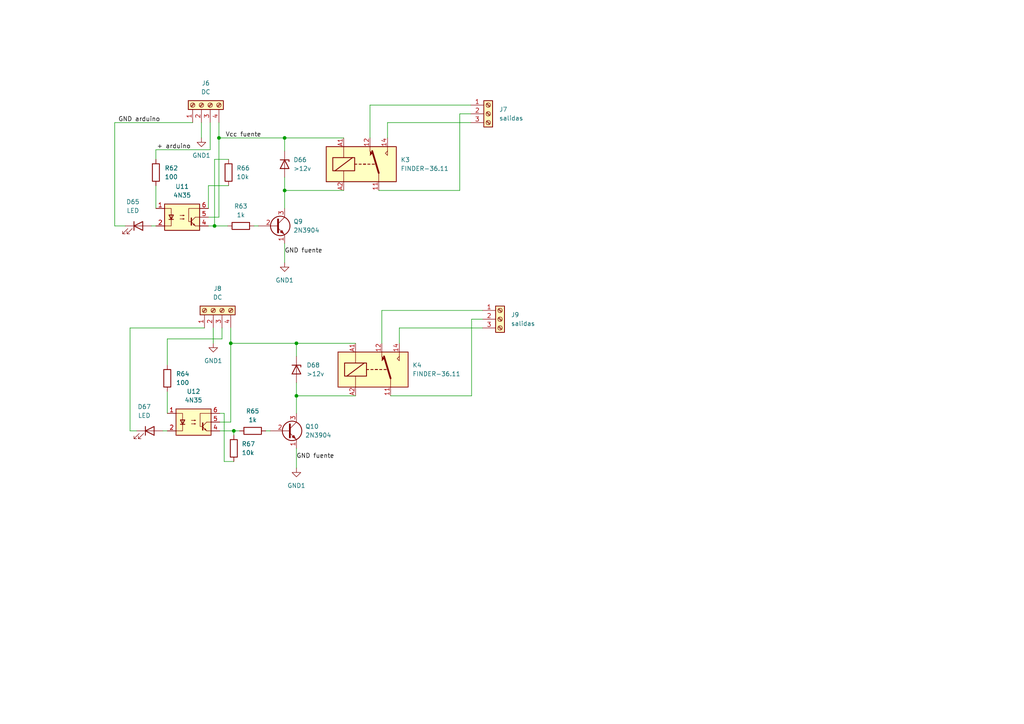
<source format=kicad_sch>
(kicad_sch (version 20211123) (generator eeschema)
  (paper "A4")
  (lib_symbols
    (symbol "Connector:Screw_Terminal_01x03" (pin_names (offset 1.016) hide)
      (property "Reference" "J" (at 0 5.08 0))
      (property "Value" "Screw_Terminal_01x03" (at 0 -5.08 0))
      (symbol "Screw_Terminal_01x03_1_1"
        (rectangle (start -1.27 3.81) (end 1.27 -3.81) (stroke (width 0.254)) (fill (type background)))
        (circle (center 0 -2.54) (radius 0.635) (stroke (width 0.1524)))
        (polyline (pts (xy -0.5334 -2.2098) (xy 0.3302 -3.048)) (stroke (width 0.1524)))
        (polyline (pts (xy -0.5334 0.3302) (xy 0.3302 -0.508)) (stroke (width 0.1524)))
        (polyline (pts (xy -0.5334 2.8702) (xy 0.3302 2.032)) (stroke (width 0.1524)))
        (polyline (pts (xy -0.3556 -2.032) (xy 0.508 -2.8702)) (stroke (width 0.1524)))
        (polyline (pts (xy -0.3556 0.508) (xy 0.508 -0.3302)) (stroke (width 0.1524)))
        (polyline (pts (xy -0.3556 3.048) (xy 0.508 2.2098)) (stroke (width 0.1524)))
        (circle (center 0 0) (radius 0.635) (stroke (width 0.1524)))
        (circle (center 0 2.54) (radius 0.635) (stroke (width 0.1524)))
        (pin passive line (at -5.08 2.54 0) (length 3.81) (name "Pin_1") (number "1"))
        (pin passive line (at -5.08 0 0) (length 3.81) (name "Pin_2") (number "2"))
        (pin passive line (at -5.08 -2.54 0) (length 3.81) (name "Pin_3") (number "3"))
      )
    )
    (symbol "Connector:Screw_Terminal_01x04" (pin_names (offset 1.016) hide)
      (property "Reference" "J" (at 0 5.08 0))
      (property "Value" "Screw_Terminal_01x04" (at 0 -7.62 0))
      (symbol "Screw_Terminal_01x04_1_1"
        (rectangle (start -1.27 3.81) (end 1.27 -6.35) (stroke (width 0.254)) (fill (type background)))
        (circle (center 0 -5.08) (radius 0.635) (stroke (width 0.1524)))
        (circle (center 0 -2.54) (radius 0.635) (stroke (width 0.1524)))
        (polyline (pts (xy -0.5334 -4.7498) (xy 0.3302 -5.588)) (stroke (width 0.1524)))
        (polyline (pts (xy -0.5334 -2.2098) (xy 0.3302 -3.048)) (stroke (width 0.1524)))
        (polyline (pts (xy -0.5334 0.3302) (xy 0.3302 -0.508)) (stroke (width 0.1524)))
        (polyline (pts (xy -0.5334 2.8702) (xy 0.3302 2.032)) (stroke (width 0.1524)))
        (polyline (pts (xy -0.3556 -4.572) (xy 0.508 -5.4102)) (stroke (width 0.1524)))
        (polyline (pts (xy -0.3556 -2.032) (xy 0.508 -2.8702)) (stroke (width 0.1524)))
        (polyline (pts (xy -0.3556 0.508) (xy 0.508 -0.3302)) (stroke (width 0.1524)))
        (polyline (pts (xy -0.3556 3.048) (xy 0.508 2.2098)) (stroke (width 0.1524)))
        (circle (center 0 0) (radius 0.635) (stroke (width 0.1524)))
        (circle (center 0 2.54) (radius 0.635) (stroke (width 0.1524)))
        (pin passive line (at -5.08 2.54 0) (length 3.81) (name "Pin_1") (number "1"))
        (pin passive line (at -5.08 0 0) (length 3.81) (name "Pin_2") (number "2"))
        (pin passive line (at -5.08 -2.54 0) (length 3.81) (name "Pin_3") (number "3"))
        (pin passive line (at -5.08 -5.08 0) (length 3.81) (name "Pin_4") (number "4"))
      )
    )
    (symbol "Device:D_Zener" (pin_numbers hide) (pin_names (offset 1.016) hide)
      (property "Reference" "D" (at 0 2.54 0))
      (property "Value" "D_Zener" (at 0 -2.54 0))
      (symbol "D_Zener_0_1"
        (polyline (pts (xy 1.27 0) (xy -1.27 0)))
        (polyline (pts (xy -1.27 -1.27) (xy -1.27 1.27) (xy -0.762 1.27)) (stroke (width 0.254)))
        (polyline (pts (xy 1.27 -1.27) (xy 1.27 1.27) (xy -1.27 0) (xy 1.27 -1.27)) (stroke (width 0.254)))
      )
      (symbol "D_Zener_1_1"
        (pin passive line (at -3.81 0 0) (length 2.54) (name "K") (number "1"))
        (pin passive line (at 3.81 0 180) (length 2.54) (name "A") (number "2"))
      )
    )
    (symbol "Device:LED" (pin_numbers hide) (pin_names (offset 1.016) hide)
      (property "Reference" "D" (at 0 2.54 0))
      (property "Value" "LED" (at 0 -2.54 0))
      (symbol "LED_0_1"
        (polyline (pts (xy -1.27 -1.27) (xy -1.27 1.27)) (stroke (width 0.254)))
        (polyline (pts (xy -1.27 0) (xy 1.27 0)))
        (polyline (pts (xy 1.27 -1.27) (xy 1.27 1.27) (xy -1.27 0) (xy 1.27 -1.27)) (stroke (width 0.254)))
        (polyline (pts (xy -3.048 -0.762) (xy -4.572 -2.286) (xy -3.81 -2.286) (xy -4.572 -2.286) (xy -4.572 -1.524)))
        (polyline (pts (xy -1.778 -0.762) (xy -3.302 -2.286) (xy -2.54 -2.286) (xy -3.302 -2.286) (xy -3.302 -1.524)))
      )
      (symbol "LED_1_1"
        (pin passive line (at -3.81 0 0) (length 2.54) (name "K") (number "1"))
        (pin passive line (at 3.81 0 180) (length 2.54) (name "A") (number "2"))
      )
    )
    (symbol "Device:R" (pin_numbers hide) (pin_names (offset 0))
      (property "Reference" "R" (at 2.032 0 90))
      (property "Value" "R" (at 0 0 90))
      (symbol "R_0_1"
        (rectangle (start -1.016 -2.54) (end 1.016 2.54) (stroke (width 0.254)))
      )
      (symbol "R_1_1"
        (pin passive line (at 0 3.81 270) (length 1.27) (name "~") (number "1"))
        (pin passive line (at 0 -3.81 90) (length 1.27) (name "~") (number "2"))
      )
    )
    (symbol "Isolator:4N35" (pin_names (offset 1.016))
      (property "Reference" "U" (at -5.08 5.08 0))
      (property "Value" "4N35" (at 0 5.08 0))
      (symbol "4N35_0_1"
        (rectangle (start -5.08 3.81) (end 5.08 -3.81) (stroke (width 0.254)) (fill (type background)))
        (polyline (pts (xy -3.81 -0.635) (xy -2.54 -0.635)) (stroke (width 0.254)))
        (polyline (pts (xy 2.667 -1.397) (xy 3.81 -2.54)))
        (polyline (pts (xy 2.667 -1.143) (xy 3.81 0)))
        (polyline (pts (xy 3.81 -2.54) (xy 5.08 -2.54)))
        (polyline (pts (xy 3.81 0) (xy 5.08 0)))
        (polyline (pts (xy 2.667 -0.254) (xy 2.667 -2.286) (xy 2.667 -2.286)) (stroke (width 0.3556)))
        (polyline (pts (xy -5.08 -2.54) (xy -3.175 -2.54) (xy -3.175 2.54) (xy -5.08 2.54)))
        (polyline (pts (xy -3.175 -0.635) (xy -3.81 0.635) (xy -2.54 0.635) (xy -3.175 -0.635)) (stroke (width 0.254)))
        (polyline (pts (xy 3.683 -2.413) (xy 3.429 -1.905) (xy 3.175 -2.159) (xy 3.683 -2.413)))
        (polyline (pts (xy 5.08 2.54) (xy 1.905 2.54) (xy 1.905 -1.27) (xy 2.54 -1.27)))
        (polyline (pts (xy -0.635 -0.508) (xy 0.635 -0.508) (xy 0.254 -0.635) (xy 0.254 -0.381) (xy 0.635 -0.508)))
        (polyline (pts (xy -0.635 0.508) (xy 0.635 0.508) (xy 0.254 0.381) (xy 0.254 0.635) (xy 0.635 0.508)))
      )
      (symbol "4N35_1_1"
        (pin passive line (at -7.62 2.54 0) (length 2.54) (name "~") (number "1"))
        (pin passive line (at -7.62 -2.54 0) (length 2.54) (name "~") (number "2"))
        (pin no_connect line (at -5.08 0 0) (length 2.54) hide (name "NC") (number "3"))
        (pin passive line (at 7.62 -2.54 180) (length 2.54) (name "~") (number "4"))
        (pin passive line (at 7.62 0 180) (length 2.54) (name "~") (number "5"))
        (pin passive line (at 7.62 2.54 180) (length 2.54) (name "~") (number "6"))
      )
    )
    (symbol "Relay:FINDER-36.11"
      (property "Reference" "K" (at 11.43 3.81 0))
      (property "Value" "FINDER-36.11" (at 11.43 1.27 0))
      (symbol "FINDER-36.11_0_0"
        (polyline (pts (xy 2.54 3.81) (xy 2.54 5.08)))
        (polyline (pts (xy 7.62 3.81) (xy 7.62 5.08)))
        (polyline (pts (xy 7.62 3.81) (xy 7.62 2.54) (xy 6.985 3.175) (xy 7.62 3.81)))
      )
      (symbol "FINDER-36.11_0_1"
        (rectangle (start -10.16 5.08) (end 10.16 -5.08) (stroke (width 0.254)) (fill (type background)))
        (rectangle (start -8.255 1.905) (end -1.905 -1.905) (stroke (width 0.254)))
        (polyline (pts (xy -7.62 -1.905) (xy -2.54 1.905)) (stroke (width 0.254)))
        (polyline (pts (xy -5.08 -5.08) (xy -5.08 -1.905)))
        (polyline (pts (xy -5.08 5.08) (xy -5.08 1.905)))
        (polyline (pts (xy -1.905 0) (xy -1.27 0)) (stroke (width 0.254)))
        (polyline (pts (xy -0.635 0) (xy 0 0)) (stroke (width 0.254)))
        (polyline (pts (xy 0.635 0) (xy 1.27 0)) (stroke (width 0.254)))
        (polyline (pts (xy 0.635 0) (xy 1.27 0)) (stroke (width 0.254)))
        (polyline (pts (xy 1.905 0) (xy 2.54 0)) (stroke (width 0.254)))
        (polyline (pts (xy 3.175 0) (xy 3.81 0)) (stroke (width 0.254)))
        (polyline (pts (xy 5.08 -2.54) (xy 3.175 3.81)) (stroke (width 0.508)))
        (polyline (pts (xy 5.08 -2.54) (xy 5.08 -5.08)))
        (polyline (pts (xy 2.54 2.54) (xy 3.175 3.175) (xy 2.54 3.81)) (fill (type outline)))
      )
      (symbol "FINDER-36.11_1_1"
        (pin passive line (at 5.08 -7.62 90) (length 2.54) (name "~") (number "11"))
        (pin passive line (at 2.54 7.62 270) (length 2.54) (name "~") (number "12"))
        (pin passive line (at 7.62 7.62 270) (length 2.54) (name "~") (number "14"))
        (pin passive line (at -5.08 7.62 270) (length 2.54) (name "~") (number "A1"))
        (pin passive line (at -5.08 -7.62 90) (length 2.54) (name "~") (number "A2"))
      )
    )
    (symbol "Transistor_BJT:2N3904" (pin_names (offset 0) hide)
      (property "Reference" "Q" (at 5.08 1.905 0))
      (property "Value" "2N3904" (at 5.08 0 0))
      (symbol "2N3904_0_1"
        (polyline (pts (xy 0.635 0.635) (xy 2.54 2.54)))
        (polyline (pts (xy 0.635 -0.635) (xy 2.54 -2.54) (xy 2.54 -2.54)))
        (polyline (pts (xy 0.635 1.905) (xy 0.635 -1.905) (xy 0.635 -1.905)) (stroke (width 0.508)))
        (polyline (pts (xy 1.27 -1.778) (xy 1.778 -1.27) (xy 2.286 -2.286) (xy 1.27 -1.778) (xy 1.27 -1.778)) (fill (type outline)))
        (circle (center 1.27 0) (radius 2.8194) (stroke (width 0.254)))
      )
      (symbol "2N3904_1_1"
        (pin passive line (at 2.54 -5.08 90) (length 2.54) (name "E") (number "1"))
        (pin passive line (at -5.08 0 0) (length 5.715) (name "B") (number "2"))
        (pin passive line (at 2.54 5.08 270) (length 2.54) (name "C") (number "3"))
      )
    )
    (symbol "power:GND1" (power) (pin_names (offset 0))
      (property "Value" "GND1" (at 0 -3.81 0))
      (symbol "GND1_0_1"
        (polyline (pts (xy 0 0) (xy 0 -1.27) (xy 1.27 -1.27) (xy 0 -2.54) (xy -1.27 -1.27) (xy 0 -1.27)))
      )
      (symbol "GND1_1_1"
        (pin power_in line (at 0 0 270) (length 0) hide (name "GND1") (number "1"))
      )
    )
  )
  (junction (at 66.929 99.568))
  (junction (at 85.979 99.568))
  (junction (at 82.55 55.245))
  (junction (at 82.55 40.005))
  (junction (at 85.979 114.808))
  (junction (at 63.5 40.005))
  (junction (at 62.23 65.532))
  (junction (at 67.818 124.968))
  (wire (pts (xy 62.23 65.532) (xy 66.04 65.532)))
  (wire (pts (xy 48.514 98.298) (xy 64.389 98.298)))
  (wire (pts (xy 85.979 130.048) (xy 85.979 135.763)))
  (wire (pts (xy 133.35 33.02) (xy 136.525 33.02)))
  (wire (pts (xy 85.979 110.998) (xy 85.979 114.808)))
  (wire (pts (xy 48.514 105.918) (xy 48.514 98.298)))
  (wire (pts (xy 115.824 95.123) (xy 139.954 95.123)))
  (wire (pts (xy 60.96 43.434) (xy 45.212 43.434)))
  (wire (pts (xy 109.855 55.245) (xy 133.35 55.245)))
  (wire (pts (xy 133.35 55.245) (xy 133.35 33.02)))
  (wire (pts (xy 63.5 40.005) (xy 82.55 40.005)))
  (wire (pts (xy 85.979 99.568) (xy 103.124 99.568)))
  (wire (pts (xy 43.942 65.532) (xy 45.212 65.532)))
  (wire (pts (xy 82.55 43.815) (xy 82.55 40.005)))
  (wire (pts (xy 110.744 90.043) (xy 110.744 99.568)))
  (wire (pts (xy 45.212 43.434) (xy 45.212 46.228)))
  (wire (pts (xy 48.514 113.538) (xy 48.514 119.888)))
  (wire (pts (xy 60.452 60.452) (xy 60.452 53.848)))
  (wire (pts (xy 63.754 124.968) (xy 67.818 124.968)))
  (wire (pts (xy 59.309 95.123) (xy 37.719 95.123)))
  (wire (pts (xy 60.96 35.56) (xy 60.96 43.434)))
  (wire (pts (xy 66.929 95.123) (xy 66.929 99.568)))
  (wire (pts (xy 37.719 95.123) (xy 37.719 124.968)))
  (wire (pts (xy 36.322 65.532) (xy 33.274 65.532)))
  (wire (pts (xy 112.395 40.005) (xy 112.395 35.56)))
  (wire (pts (xy 82.55 51.435) (xy 82.55 55.245)))
  (wire (pts (xy 107.315 30.48) (xy 107.315 40.005)))
  (wire (pts (xy 136.779 114.808) (xy 136.779 92.583)))
  (wire (pts (xy 60.452 65.532) (xy 62.23 65.532)))
  (wire (pts (xy 47.244 124.968) (xy 48.514 124.968)))
  (wire (pts (xy 82.55 55.245) (xy 99.695 55.245)))
  (wire (pts (xy 67.818 133.858) (xy 65.024 133.858)))
  (wire (pts (xy 66.929 122.428) (xy 66.929 99.568)))
  (wire (pts (xy 85.979 114.808) (xy 103.124 114.808)))
  (wire (pts (xy 82.55 55.245) (xy 82.55 60.452)))
  (wire (pts (xy 33.274 35.56) (xy 55.88 35.56)))
  (wire (pts (xy 61.849 95.123) (xy 61.849 99.568)))
  (wire (pts (xy 33.274 65.532) (xy 33.274 35.56)))
  (wire (pts (xy 63.754 122.428) (xy 66.929 122.428)))
  (wire (pts (xy 115.824 99.568) (xy 115.824 95.123)))
  (wire (pts (xy 82.55 40.005) (xy 99.695 40.005)))
  (wire (pts (xy 66.294 46.228) (xy 62.23 46.228)))
  (wire (pts (xy 136.525 30.48) (xy 107.315 30.48)))
  (wire (pts (xy 67.818 124.968) (xy 67.818 126.238)))
  (wire (pts (xy 63.5 35.56) (xy 63.5 40.005)))
  (wire (pts (xy 45.212 53.848) (xy 45.212 60.452)))
  (wire (pts (xy 64.389 98.298) (xy 64.389 95.123)))
  (wire (pts (xy 65.024 133.858) (xy 65.024 119.888)))
  (wire (pts (xy 85.979 114.808) (xy 85.979 119.888)))
  (wire (pts (xy 67.818 124.968) (xy 69.469 124.968)))
  (wire (pts (xy 65.024 119.888) (xy 63.754 119.888)))
  (wire (pts (xy 63.5 40.005) (xy 63.5 62.992)))
  (wire (pts (xy 60.452 62.992) (xy 63.5 62.992)))
  (wire (pts (xy 77.089 124.968) (xy 78.359 124.968)))
  (wire (pts (xy 113.284 114.808) (xy 136.779 114.808)))
  (wire (pts (xy 58.42 35.56) (xy 58.42 40.005)))
  (wire (pts (xy 66.929 99.568) (xy 85.979 99.568)))
  (wire (pts (xy 139.954 90.043) (xy 110.744 90.043)))
  (wire (pts (xy 82.55 70.612) (xy 82.55 76.2)))
  (wire (pts (xy 60.452 53.848) (xy 66.294 53.848)))
  (wire (pts (xy 112.395 35.56) (xy 136.525 35.56)))
  (wire (pts (xy 37.719 124.968) (xy 39.624 124.968)))
  (wire (pts (xy 85.979 103.378) (xy 85.979 99.568)))
  (wire (pts (xy 136.779 92.583) (xy 139.954 92.583)))
  (wire (pts (xy 73.66 65.532) (xy 74.93 65.532)))
  (wire (pts (xy 62.23 46.228) (xy 62.23 65.532)))
  (label "GND fuente" (at 82.55 73.66 0))
  (label "Vcc fuente" (at 65.405 40.005 0))
  (label "GND arduino" (at 34.29 35.56 0))
  (label "+ arduino" (at 45.466 43.434 0))
  (label "GND fuente" (at 85.979 133.223 0))
  (symbol (lib_id "power:GND1") (at 82.55 76.2 0) (unit 1)
    (property "Reference" "#PWR0143" (effects hide))
    (property "Value" "GND1" (at 82.55 81.28 0))
  )
  (symbol (lib_id "Isolator:4N35") (at 52.832 62.992 0) (unit 1)
    (property "Reference" "U11" (at 52.832 54.102 0))
    (property "Value" "4N35" (at 52.832 56.642 0))
    (property "Footprint" "Package_DIP:DIP-6_W7.62mm" (effects hide))
    (property "Datasheet" "https://www.vishay.com/docs/81181/4n35.pdf" (effects hide))
  )
  (symbol (lib_id "power:GND1") (at 85.979 135.763 0) (unit 1)
    (property "Reference" "#PWR0149" (effects hide))
    (property "Value" "GND1" (at 85.979 140.843 0))
  )
  (symbol (lib_id "Connector:Screw_Terminal_01x04") (at 58.42 30.48 90) (unit 1)
    (property "Reference" "J6" (at 59.69 24.13 90))
    (property "Value" "DC" (at 59.69 26.67 90))
    (property "Footprint" "Connector_PinHeader_2.54mm:PinHeader_1x04_P2.54mm_Vertical" (effects hide))
  )
  (symbol (lib_id "Device:R") (at 73.279 124.968 90) (unit 1)
    (property "Reference" "R65" (at 73.279 119.253 90))
    (property "Value" "1k" (at 73.279 121.793 90))
    (property "Footprint" "Resistor_THT:R_Axial_DIN0207_L6.3mm_D2.5mm_P10.16mm_Horizontal" (effects hide))
  )
  (symbol (lib_id "Connector:Screw_Terminal_01x03") (at 145.034 92.583 0) (unit 1)
    (property "Reference" "J9" (at 148.209 91.3129 0) (effects (justify left)))
    (property "Value" "salidas" (at 148.209 93.8529 0) (effects (justify left)))
    (property "Footprint" "TerminalBlock:TerminalBlock_bornier-3_P5.08mm" (effects hide))
  )
  (symbol (lib_id "Connector:Screw_Terminal_01x03") (at 141.605 33.02 0) (unit 1)
    (property "Reference" "J7" (at 144.78 31.7499 0) (effects (justify left)))
    (property "Value" "salidas" (at 144.78 34.2899 0) (effects (justify left)))
    (property "Footprint" "TerminalBlock:TerminalBlock_bornier-3_P5.08mm" (effects hide))
  )
  (symbol (lib_id "Device:R") (at 45.212 50.038 180) (unit 1)
    (property "Reference" "R62" (at 47.752 48.7679 0) (effects (justify right)))
    (property "Value" "100" (at 47.752 51.3079 0) (effects (justify right)))
    (property "Footprint" "Resistor_THT:R_Axial_DIN0207_L6.3mm_D2.5mm_P10.16mm_Horizontal" (effects hide))
  )
  (symbol (lib_id "Device:D_Zener") (at 85.979 107.188 270) (unit 1)
    (property "Reference" "D68" (at 88.9 105.9179 90) (effects (justify left)))
    (property "Value" ">12v" (at 88.9 108.4579 90) (effects (justify left)))
    (property "Footprint" "Diode_THT:D_A-405_P10.16mm_Horizontal" (effects hide))
  )
  (symbol (lib_id "power:GND1") (at 61.849 99.568 0) (unit 1)
    (property "Reference" "#PWR0148" (effects hide))
    (property "Value" "GND1" (at 61.849 104.648 0))
  )
  (symbol (lib_id "Relay:FINDER-36.11") (at 104.775 47.625 0) (unit 1)
    (property "Reference" "K3" (at 116.205 46.3549 0) (effects (justify left)))
    (property "Value" "FINDER-36.11" (at 116.205 48.8949 0) (effects (justify left)))
    (property "Footprint" "Relay_THT:Relay_SPDT_Finder_36.11" (effects hide))
    (property "Datasheet" "https://gfinder.findernet.com/public/attachments/36/EN/S36EN.pdf" (effects hide))
  )
  (symbol (lib_id "power:GND1") (at 58.42 40.005 0) (unit 1)
    (property "Reference" "#PWR0141" (effects hide))
    (property "Value" "GND1" (at 58.42 45.085 0))
  )
  (symbol (lib_id "Device:LED") (at 40.132 65.532 0) (unit 1)
    (property "Reference" "D65" (at 38.5445 58.547 0))
    (property "Value" "LED" (at 38.5445 61.087 0))
    (property "Footprint" "LED_THT:LED_D5.0mm" (effects hide))
  )
  (symbol (lib_id "Connector:Screw_Terminal_01x04") (at 61.849 90.043 90) (unit 1)
    (property "Reference" "J8" (at 63.119 83.693 90))
    (property "Value" "DC" (at 63.119 86.233 90))
    (property "Footprint" "Connector_PinHeader_2.54mm:PinHeader_1x04_P2.54mm_Vertical" (effects hide))
  )
  (symbol (lib_id "Device:D_Zener") (at 82.55 47.625 270) (unit 1)
    (property "Reference" "D66" (at 85.09 46.3549 90) (effects (justify left)))
    (property "Value" ">12v" (at 85.09 48.8949 90) (effects (justify left)))
    (property "Footprint" "Diode_THT:D_A-405_P10.16mm_Horizontal" (effects hide))
  )
  (symbol (lib_id "Device:R") (at 48.514 109.728 180) (unit 1)
    (property "Reference" "R64" (at 51.054 108.4579 0) (effects (justify right)))
    (property "Value" "100" (at 51.054 110.9979 0) (effects (justify right)))
    (property "Footprint" "Resistor_THT:R_Axial_DIN0207_L6.3mm_D2.5mm_P10.16mm_Horizontal" (effects hide))
  )
  (symbol (lib_id "Device:R") (at 66.294 50.038 180) (unit 1)
    (property "Reference" "R66" (at 68.58 48.7679 0) (effects (justify right)))
    (property "Value" "10k" (at 68.58 51.3079 0) (effects (justify right)))
    (property "Footprint" "Resistor_THT:R_Axial_DIN0207_L6.3mm_D2.5mm_P10.16mm_Horizontal" (effects hide))
  )
  (symbol (lib_id "Transistor_BJT:2N3904") (at 80.01 65.532 0) (unit 1)
    (property "Reference" "Q9" (at 85.09 64.2619 0) (effects (justify left)))
    (property "Value" "2N3904" (at 85.09 66.8019 0) (effects (justify left)))
    (property "Footprint" "Package_TO_SOT_THT:TO-92_Wide" (effects hide))
    (property "Datasheet" "https://www.onsemi.com/pub/Collateral/2N3903-D.PDF" (effects hide))
  )
  (symbol (lib_id "Device:LED") (at 43.434 124.968 0) (unit 1)
    (property "Reference" "D67" (at 41.8465 117.983 0))
    (property "Value" "LED" (at 41.8465 120.523 0))
    (property "Footprint" "LED_THT:LED_D5.0mm" (effects hide))
  )
  (symbol (lib_id "Transistor_BJT:2N3904") (at 83.439 124.968 0) (unit 1)
    (property "Reference" "Q10" (at 88.519 123.6979 0) (effects (justify left)))
    (property "Value" "2N3904" (at 88.519 126.2379 0) (effects (justify left)))
    (property "Footprint" "Package_TO_SOT_THT:TO-92_Wide" (effects hide))
    (property "Datasheet" "https://www.onsemi.com/pub/Collateral/2N3903-D.PDF" (effects hide))
  )
  (symbol (lib_id "Device:R") (at 69.85 65.532 90) (unit 1)
    (property "Reference" "R63" (at 69.85 59.817 90))
    (property "Value" "1k" (at 69.85 62.357 90))
    (property "Footprint" "Resistor_THT:R_Axial_DIN0207_L6.3mm_D2.5mm_P10.16mm_Horizontal" (effects hide))
  )
  (symbol (lib_id "Relay:FINDER-36.11") (at 108.204 107.188 0) (unit 1)
    (property "Reference" "K4" (at 119.634 105.9179 0) (effects (justify left)))
    (property "Value" "FINDER-36.11" (at 119.634 108.4579 0) (effects (justify left)))
    (property "Footprint" "Relay_THT:Relay_SPDT_Finder_36.11" (effects hide))
    (property "Datasheet" "https://gfinder.findernet.com/public/attachments/36/EN/S36EN.pdf" (effects hide))
  )
  (symbol (lib_id "Device:R") (at 67.818 130.048 180) (unit 1)
    (property "Reference" "R67" (at 70.104 128.7779 0) (effects (justify right)))
    (property "Value" "10k" (at 70.104 131.3179 0) (effects (justify right)))
    (property "Footprint" "Resistor_THT:R_Axial_DIN0207_L6.3mm_D2.5mm_P10.16mm_Horizontal" (effects hide))
  )
  (symbol (lib_id "Isolator:4N35") (at 56.134 122.428 0) (unit 1)
    (property "Reference" "U12" (at 56.134 113.538 0))
    (property "Value" "4N35" (at 56.134 116.078 0))
    (property "Footprint" "Package_DIP:DIP-6_W7.62mm" (effects hide))
    (property "Datasheet" "https://www.vishay.com/docs/81181/4n35.pdf" (effects hide))
  )
)
</source>
